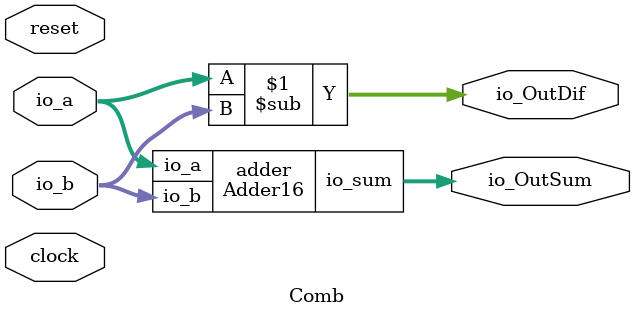
<source format=sv>
module FullAdder(	// src/main/scala/comb/Comb.scala:67:7
  input  io_a,	// src/main/scala/comb/Comb.scala:68:14
         io_b,	// src/main/scala/comb/Comb.scala:68:14
         io_cin,	// src/main/scala/comb/Comb.scala:68:14
  output io_sum,	// src/main/scala/comb/Comb.scala:68:14
         io_cout	// src/main/scala/comb/Comb.scala:68:14
);

  assign io_sum = io_a ^ io_b ^ io_cin;	// src/main/scala/comb/Comb.scala:67:7, :76:26
  assign io_cout = io_a & io_b | io_a & io_cin | io_b & io_cin;	// src/main/scala/comb/Comb.scala:67:7, :77:{20,36,46,54}
endmodule

module Adder16(	// src/main/scala/comb/Comb.scala:81:7
  input  [15:0] io_a,	// src/main/scala/comb/Comb.scala:82:14
                io_b,	// src/main/scala/comb/Comb.scala:82:14
  output [15:0] io_sum	// src/main/scala/comb/Comb.scala:82:14
);

  wire _fa_15_io_sum;	// src/main/scala/comb/Comb.scala:97:20
  wire _fa_14_io_sum;	// src/main/scala/comb/Comb.scala:97:20
  wire _fa_14_io_cout;	// src/main/scala/comb/Comb.scala:97:20
  wire _fa_13_io_sum;	// src/main/scala/comb/Comb.scala:97:20
  wire _fa_13_io_cout;	// src/main/scala/comb/Comb.scala:97:20
  wire _fa_12_io_sum;	// src/main/scala/comb/Comb.scala:97:20
  wire _fa_12_io_cout;	// src/main/scala/comb/Comb.scala:97:20
  wire _fa_11_io_sum;	// src/main/scala/comb/Comb.scala:97:20
  wire _fa_11_io_cout;	// src/main/scala/comb/Comb.scala:97:20
  wire _fa_10_io_sum;	// src/main/scala/comb/Comb.scala:97:20
  wire _fa_10_io_cout;	// src/main/scala/comb/Comb.scala:97:20
  wire _fa_9_io_sum;	// src/main/scala/comb/Comb.scala:97:20
  wire _fa_9_io_cout;	// src/main/scala/comb/Comb.scala:97:20
  wire _fa_8_io_sum;	// src/main/scala/comb/Comb.scala:97:20
  wire _fa_8_io_cout;	// src/main/scala/comb/Comb.scala:97:20
  wire _fa_7_io_sum;	// src/main/scala/comb/Comb.scala:97:20
  wire _fa_7_io_cout;	// src/main/scala/comb/Comb.scala:97:20
  wire _fa_6_io_sum;	// src/main/scala/comb/Comb.scala:97:20
  wire _fa_6_io_cout;	// src/main/scala/comb/Comb.scala:97:20
  wire _fa_5_io_sum;	// src/main/scala/comb/Comb.scala:97:20
  wire _fa_5_io_cout;	// src/main/scala/comb/Comb.scala:97:20
  wire _fa_4_io_sum;	// src/main/scala/comb/Comb.scala:97:20
  wire _fa_4_io_cout;	// src/main/scala/comb/Comb.scala:97:20
  wire _fa_3_io_sum;	// src/main/scala/comb/Comb.scala:97:20
  wire _fa_3_io_cout;	// src/main/scala/comb/Comb.scala:97:20
  wire _fa_2_io_sum;	// src/main/scala/comb/Comb.scala:97:20
  wire _fa_2_io_cout;	// src/main/scala/comb/Comb.scala:97:20
  wire _fa_1_io_sum;	// src/main/scala/comb/Comb.scala:97:20
  wire _fa_1_io_cout;	// src/main/scala/comb/Comb.scala:97:20
  wire _fa_io_sum;	// src/main/scala/comb/Comb.scala:97:20
  wire _fa_io_cout;	// src/main/scala/comb/Comb.scala:97:20
  FullAdder fa (	// src/main/scala/comb/Comb.scala:97:20
    .io_a    (io_a[0]),	// src/main/scala/comb/Comb.scala:98:22
    .io_b    (io_b[0]),	// src/main/scala/comb/Comb.scala:99:22
    .io_cin  (1'h0),	// src/main/scala/comb/Comb.scala:82:14, :97:20
    .io_sum  (_fa_io_sum),
    .io_cout (_fa_io_cout)
  );
  FullAdder fa_1 (	// src/main/scala/comb/Comb.scala:97:20
    .io_a    (io_a[1]),	// src/main/scala/comb/Comb.scala:98:22
    .io_b    (io_b[1]),	// src/main/scala/comb/Comb.scala:99:22
    .io_cin  (_fa_io_cout),	// src/main/scala/comb/Comb.scala:97:20
    .io_sum  (_fa_1_io_sum),
    .io_cout (_fa_1_io_cout)
  );
  FullAdder fa_2 (	// src/main/scala/comb/Comb.scala:97:20
    .io_a    (io_a[2]),	// src/main/scala/comb/Comb.scala:98:22
    .io_b    (io_b[2]),	// src/main/scala/comb/Comb.scala:99:22
    .io_cin  (_fa_1_io_cout),	// src/main/scala/comb/Comb.scala:97:20
    .io_sum  (_fa_2_io_sum),
    .io_cout (_fa_2_io_cout)
  );
  FullAdder fa_3 (	// src/main/scala/comb/Comb.scala:97:20
    .io_a    (io_a[3]),	// src/main/scala/comb/Comb.scala:98:22
    .io_b    (io_b[3]),	// src/main/scala/comb/Comb.scala:99:22
    .io_cin  (_fa_2_io_cout),	// src/main/scala/comb/Comb.scala:97:20
    .io_sum  (_fa_3_io_sum),
    .io_cout (_fa_3_io_cout)
  );
  FullAdder fa_4 (	// src/main/scala/comb/Comb.scala:97:20
    .io_a    (io_a[4]),	// src/main/scala/comb/Comb.scala:98:22
    .io_b    (io_b[4]),	// src/main/scala/comb/Comb.scala:99:22
    .io_cin  (_fa_3_io_cout),	// src/main/scala/comb/Comb.scala:97:20
    .io_sum  (_fa_4_io_sum),
    .io_cout (_fa_4_io_cout)
  );
  FullAdder fa_5 (	// src/main/scala/comb/Comb.scala:97:20
    .io_a    (io_a[5]),	// src/main/scala/comb/Comb.scala:98:22
    .io_b    (io_b[5]),	// src/main/scala/comb/Comb.scala:99:22
    .io_cin  (_fa_4_io_cout),	// src/main/scala/comb/Comb.scala:97:20
    .io_sum  (_fa_5_io_sum),
    .io_cout (_fa_5_io_cout)
  );
  FullAdder fa_6 (	// src/main/scala/comb/Comb.scala:97:20
    .io_a    (io_a[6]),	// src/main/scala/comb/Comb.scala:98:22
    .io_b    (io_b[6]),	// src/main/scala/comb/Comb.scala:99:22
    .io_cin  (_fa_5_io_cout),	// src/main/scala/comb/Comb.scala:97:20
    .io_sum  (_fa_6_io_sum),
    .io_cout (_fa_6_io_cout)
  );
  FullAdder fa_7 (	// src/main/scala/comb/Comb.scala:97:20
    .io_a    (io_a[7]),	// src/main/scala/comb/Comb.scala:98:22
    .io_b    (io_b[7]),	// src/main/scala/comb/Comb.scala:99:22
    .io_cin  (_fa_6_io_cout),	// src/main/scala/comb/Comb.scala:97:20
    .io_sum  (_fa_7_io_sum),
    .io_cout (_fa_7_io_cout)
  );
  FullAdder fa_8 (	// src/main/scala/comb/Comb.scala:97:20
    .io_a    (io_a[8]),	// src/main/scala/comb/Comb.scala:98:22
    .io_b    (io_b[8]),	// src/main/scala/comb/Comb.scala:99:22
    .io_cin  (_fa_7_io_cout),	// src/main/scala/comb/Comb.scala:97:20
    .io_sum  (_fa_8_io_sum),
    .io_cout (_fa_8_io_cout)
  );
  FullAdder fa_9 (	// src/main/scala/comb/Comb.scala:97:20
    .io_a    (io_a[9]),	// src/main/scala/comb/Comb.scala:98:22
    .io_b    (io_b[9]),	// src/main/scala/comb/Comb.scala:99:22
    .io_cin  (_fa_8_io_cout),	// src/main/scala/comb/Comb.scala:97:20
    .io_sum  (_fa_9_io_sum),
    .io_cout (_fa_9_io_cout)
  );
  FullAdder fa_10 (	// src/main/scala/comb/Comb.scala:97:20
    .io_a    (io_a[10]),	// src/main/scala/comb/Comb.scala:98:22
    .io_b    (io_b[10]),	// src/main/scala/comb/Comb.scala:99:22
    .io_cin  (_fa_9_io_cout),	// src/main/scala/comb/Comb.scala:97:20
    .io_sum  (_fa_10_io_sum),
    .io_cout (_fa_10_io_cout)
  );
  FullAdder fa_11 (	// src/main/scala/comb/Comb.scala:97:20
    .io_a    (io_a[11]),	// src/main/scala/comb/Comb.scala:98:22
    .io_b    (io_b[11]),	// src/main/scala/comb/Comb.scala:99:22
    .io_cin  (_fa_10_io_cout),	// src/main/scala/comb/Comb.scala:97:20
    .io_sum  (_fa_11_io_sum),
    .io_cout (_fa_11_io_cout)
  );
  FullAdder fa_12 (	// src/main/scala/comb/Comb.scala:97:20
    .io_a    (io_a[12]),	// src/main/scala/comb/Comb.scala:98:22
    .io_b    (io_b[12]),	// src/main/scala/comb/Comb.scala:99:22
    .io_cin  (_fa_11_io_cout),	// src/main/scala/comb/Comb.scala:97:20
    .io_sum  (_fa_12_io_sum),
    .io_cout (_fa_12_io_cout)
  );
  FullAdder fa_13 (	// src/main/scala/comb/Comb.scala:97:20
    .io_a    (io_a[13]),	// src/main/scala/comb/Comb.scala:98:22
    .io_b    (io_b[13]),	// src/main/scala/comb/Comb.scala:99:22
    .io_cin  (_fa_12_io_cout),	// src/main/scala/comb/Comb.scala:97:20
    .io_sum  (_fa_13_io_sum),
    .io_cout (_fa_13_io_cout)
  );
  FullAdder fa_14 (	// src/main/scala/comb/Comb.scala:97:20
    .io_a    (io_a[14]),	// src/main/scala/comb/Comb.scala:98:22
    .io_b    (io_b[14]),	// src/main/scala/comb/Comb.scala:99:22
    .io_cin  (_fa_13_io_cout),	// src/main/scala/comb/Comb.scala:97:20
    .io_sum  (_fa_14_io_sum),
    .io_cout (_fa_14_io_cout)
  );
  FullAdder fa_15 (	// src/main/scala/comb/Comb.scala:97:20
    .io_a    (io_a[15]),	// src/main/scala/comb/Comb.scala:98:22
    .io_b    (io_b[15]),	// src/main/scala/comb/Comb.scala:99:22
    .io_cin  (_fa_14_io_cout),	// src/main/scala/comb/Comb.scala:97:20
    .io_sum  (_fa_15_io_sum),
    .io_cout (/* unused */)
  );
  assign io_sum =
    {_fa_15_io_sum,
     _fa_14_io_sum,
     _fa_13_io_sum,
     _fa_12_io_sum,
     _fa_11_io_sum,
     _fa_10_io_sum,
     _fa_9_io_sum,
     _fa_8_io_sum,
     _fa_7_io_sum,
     _fa_6_io_sum,
     _fa_5_io_sum,
     _fa_4_io_sum,
     _fa_3_io_sum,
     _fa_2_io_sum,
     _fa_1_io_sum,
     _fa_io_sum};	// src/main/scala/comb/Comb.scala:81:7, :97:20, :105:19
endmodule

module Comb(	// src/main/scala/comb/Comb.scala:48:7
  input         clock,	// src/main/scala/comb/Comb.scala:48:7
                reset,	// src/main/scala/comb/Comb.scala:48:7
  input  [15:0] io_a,	// src/main/scala/comb/Comb.scala:49:14
                io_b,	// src/main/scala/comb/Comb.scala:49:14
  output [15:0] io_OutSum,	// src/main/scala/comb/Comb.scala:49:14
                io_OutDif	// src/main/scala/comb/Comb.scala:49:14
);

  Adder16 adder (	// src/main/scala/comb/Comb.scala:55:21
    .io_a   (io_a),
    .io_b   (io_b),
    .io_sum (io_OutSum)
  );
  assign io_OutDif = io_a - io_b;	// src/main/scala/comb/Comb.scala:48:7, :62:21
endmodule


</source>
